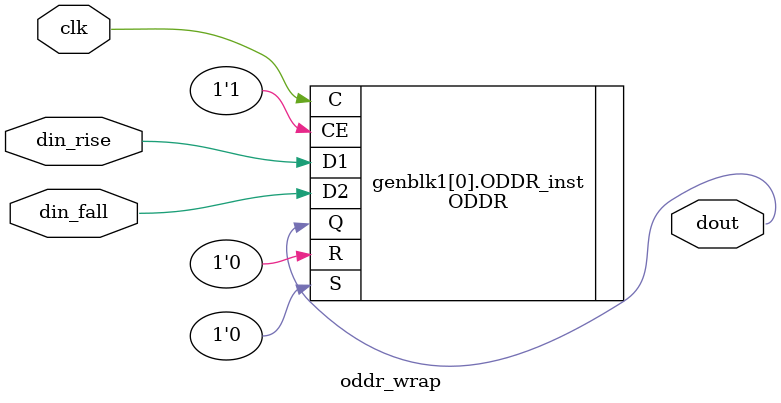
<source format=v>
module oddr_wrap #(
   parameter BUS_WIDTH = 1
)(
   input                  clk,
   input  [BUS_WIDTH-1:0] din_rise,
   input  [BUS_WIDTH-1:0] din_fall,
   output [BUS_WIDTH-1:0] dout
);

genvar i;

generate
   for(i = 0; i < BUS_WIDTH; i = i + 1) begin
      ODDR #(
         .DDR_CLK_EDGE("SAME_EDGE"), // "OPPOSITE_EDGE" or "SAME_EDGE"
         .INIT        (1'b0       ), // Initial value of Q: 1'b0 or 1'b1
         .SRTYPE      ("ASYNC"    )  // Set/Reset type: "SYNC" or "ASYNC"
      ) ODDR_inst (
         .Q (dout[i]    ), // 1-bit DDR output
         .C (clk        ), // 1-bit clock input
         .CE(1'b1       ), // 1-bit clock enable input
         .D1(din_rise[i]), // 1-bit data input (positive edge)
         .D2(din_fall[i]), // 1-bit data input (negative edge)
         .R (1'b0       ), // 1-bit reset
         .S (1'b0       )  // 1-bit set
      );
   end
endgenerate

endmodule
</source>
